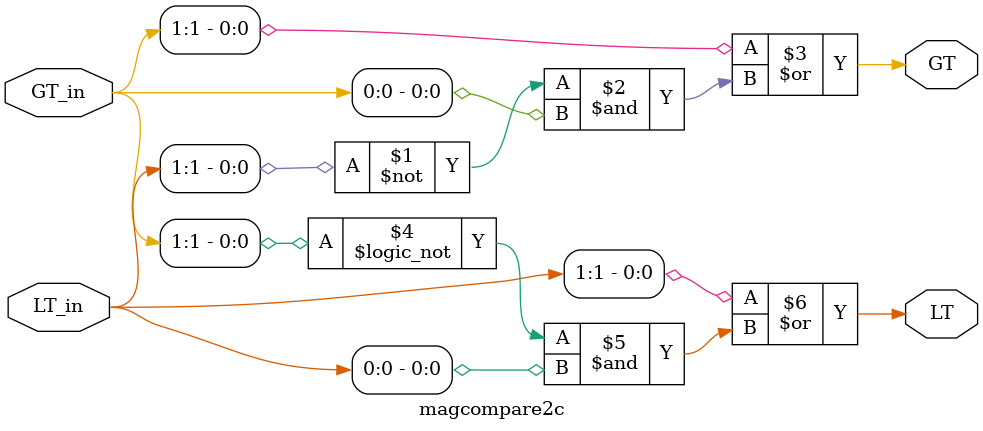
<source format=v>
module magcompare2c (LT, GT, GT_in, LT_in);

   input [1:0] LT_in;
   input [1:0] GT_in;
   
   output      LT;
   output      GT;

   // Determine if A < B  using a minimized sum-of-products expression
   assign GT = GT_in[1] | ~LT_in[1]&GT_in[0];

   // Determine if A > B  using a minimized sum-of-products expression
   assign LT = LT_in[1] | !GT_in[1]&LT_in[0];

endmodule
</source>
